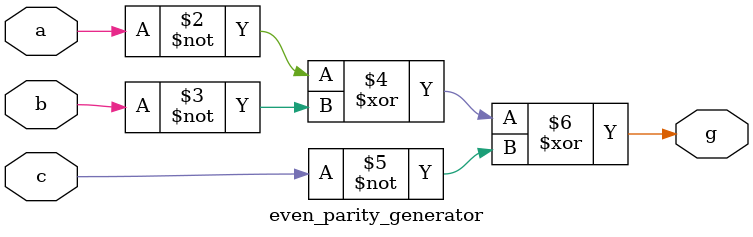
<source format=v>
module even_parity_generator(input a,b,c,output reg g);

always@(*)begin
  g= ~a ^ ~b ^ ~c;
end
endmodule


</source>
